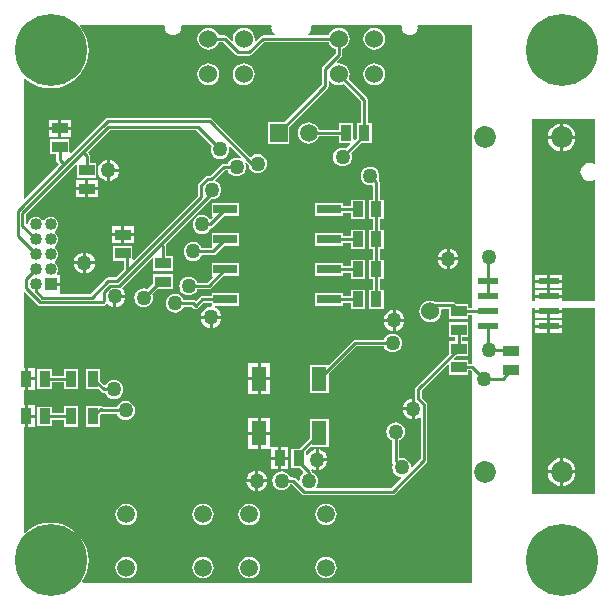
<source format=gbr>
%TF.GenerationSoftware,Altium Limited,Altium Designer,18.1.9 (240)*%
G04 Layer_Physical_Order=1*
G04 Layer_Color=255*
%FSLAX26Y26*%
%MOIN*%
%TF.FileFunction,Copper,L1,Top,Signal*%
%TF.Part,Single*%
G01*
G75*
%TA.AperFunction,SMDPad,CuDef*%
%ADD10R,0.037402X0.053150*%
%ADD11R,0.068898X0.023622*%
%ADD12R,0.080709X0.031496*%
%ADD13R,0.051181X0.082677*%
%ADD14R,0.035433X0.055118*%
%ADD15R,0.053150X0.037402*%
%TA.AperFunction,ConnectorPad*%
%ADD16R,0.037402X0.053150*%
%TA.AperFunction,Conductor*%
%ADD17C,0.010000*%
%TA.AperFunction,ComponentPad*%
%ADD18C,0.060000*%
%ADD19R,0.040000X0.040000*%
%ADD20C,0.040000*%
%ADD21C,0.072835*%
%ADD22R,0.059055X0.059055*%
%ADD23C,0.059055*%
%ADD24C,0.058976*%
%TA.AperFunction,ViaPad*%
%ADD25C,0.050000*%
%ADD26C,0.240000*%
G36*
X4230000Y3731405D02*
X4229815Y3730000D01*
X4230000Y3728595D01*
Y3161727D01*
X4217575D01*
Y3175213D01*
X4176160D01*
X4173442Y3177931D01*
X4169804Y3180362D01*
X4165512Y3181216D01*
X4165511Y3181215D01*
X4108428D01*
X4108155Y3181425D01*
X4099398Y3185052D01*
X4090000Y3186289D01*
X4080602Y3185052D01*
X4071845Y3181425D01*
X4064325Y3175654D01*
X4058554Y3168134D01*
X4054927Y3159377D01*
X4053689Y3149979D01*
X4054927Y3140581D01*
X4058554Y3131823D01*
X4064325Y3124303D01*
X4071845Y3118533D01*
X4080602Y3114905D01*
X4090000Y3113668D01*
X4099398Y3114905D01*
X4108155Y3118533D01*
X4115676Y3124303D01*
X4121446Y3131823D01*
X4125073Y3140581D01*
X4126311Y3149979D01*
X4125646Y3155025D01*
X4128943Y3158785D01*
X4152425D01*
Y3125811D01*
X4217575D01*
Y3139296D01*
X4230000D01*
Y2975704D01*
X4217575D01*
Y2989189D01*
X4171071D01*
X4169158Y2993808D01*
X4176160Y3000811D01*
X4217575D01*
Y3050213D01*
X4196216D01*
Y3064787D01*
X4217575D01*
Y3114189D01*
X4152425D01*
Y3064787D01*
X4173784D01*
Y3050213D01*
X4152425D01*
Y3008798D01*
X4043069Y2899442D01*
X4040638Y2895804D01*
X4039784Y2891512D01*
X4039785Y2891511D01*
Y2863242D01*
X4038318Y2861956D01*
Y2825000D01*
Y2790356D01*
X4042454Y2790901D01*
X4050969Y2794428D01*
X4053618Y2796460D01*
X4058102Y2794249D01*
Y2658052D01*
X4031164Y2631114D01*
X4025885Y2632906D01*
X4025202Y2638093D01*
X4022078Y2645634D01*
X4017110Y2652110D01*
X4010634Y2657078D01*
X4003093Y2660202D01*
X3995000Y2661267D01*
X3991216Y2660769D01*
X3986215Y2665137D01*
Y2720180D01*
X3990634Y2722010D01*
X3997110Y2726979D01*
X4002078Y2733455D01*
X4005202Y2740996D01*
X4006267Y2749088D01*
X4005202Y2757181D01*
X4002078Y2764722D01*
X3997110Y2771198D01*
X3990634Y2776167D01*
X3983093Y2779291D01*
X3975000Y2780356D01*
X3966907Y2779291D01*
X3959366Y2776167D01*
X3952890Y2771198D01*
X3947922Y2764722D01*
X3944798Y2757181D01*
X3943733Y2749088D01*
X3944798Y2740996D01*
X3947922Y2733455D01*
X3952890Y2726979D01*
X3959366Y2722010D01*
X3963785Y2720180D01*
Y2650001D01*
X3963784Y2650000D01*
X3964638Y2645708D01*
X3966684Y2642646D01*
X3964798Y2638093D01*
X3963733Y2630000D01*
X3964798Y2621907D01*
X3967922Y2614366D01*
X3972890Y2607890D01*
X3979366Y2602922D01*
X3986907Y2599798D01*
X3992094Y2599115D01*
X3993886Y2593836D01*
X3960266Y2560215D01*
X3711359D01*
X3708894Y2565215D01*
X3712078Y2569366D01*
X3715202Y2576907D01*
X3716267Y2585000D01*
X3715202Y2593093D01*
X3712078Y2600634D01*
X3707110Y2607110D01*
X3700634Y2612078D01*
X3696215Y2613909D01*
Y2614999D01*
X3696216Y2615000D01*
X3695362Y2619292D01*
X3694675Y2620321D01*
X3697989Y2624360D01*
X3704166Y2621801D01*
X3708303Y2621257D01*
Y2655900D01*
Y2690544D01*
X3704166Y2689999D01*
X3695652Y2686473D01*
X3688340Y2680863D01*
X3682730Y2673551D01*
X3681197Y2669849D01*
X3676197Y2670844D01*
Y2684784D01*
X3688523Y2697110D01*
X3751590D01*
Y2791787D01*
X3688410D01*
Y2728719D01*
X3652265Y2692575D01*
X3626795D01*
Y2627425D01*
X3656714D01*
X3667719Y2616419D01*
X3666890Y2610178D01*
X3662890Y2607110D01*
X3657922Y2600634D01*
X3654798Y2593093D01*
X3654115Y2587906D01*
X3648836Y2586114D01*
X3641483Y2593466D01*
X3637845Y2595897D01*
X3633553Y2596751D01*
X3633552Y2596751D01*
X3623909D01*
X3622078Y2601169D01*
X3617110Y2607645D01*
X3610634Y2612614D01*
X3603093Y2615738D01*
X3595000Y2616803D01*
X3586907Y2615738D01*
X3579366Y2612614D01*
X3572890Y2607645D01*
X3567922Y2601169D01*
X3564798Y2593628D01*
X3563733Y2585536D01*
X3564798Y2577443D01*
X3567922Y2569902D01*
X3572890Y2563426D01*
X3579366Y2558457D01*
X3586907Y2555334D01*
X3595000Y2554268D01*
X3603093Y2555334D01*
X3610634Y2558457D01*
X3617110Y2563426D01*
X3622078Y2569902D01*
X3623909Y2574320D01*
X3628907D01*
X3662158Y2541070D01*
X3662158Y2541069D01*
X3665796Y2538638D01*
X3670088Y2537785D01*
X3964911D01*
X3964912Y2537784D01*
X3969204Y2538638D01*
X3972842Y2541069D01*
X4077248Y2645475D01*
X4077248Y2645476D01*
X4079680Y2649114D01*
X4080533Y2653406D01*
Y2839912D01*
X4079680Y2844204D01*
X4077248Y2847842D01*
X4077248Y2847842D01*
X4062215Y2862875D01*
Y2886866D01*
X4147806Y2972456D01*
X4152425Y2970543D01*
Y2939787D01*
X4217575D01*
Y2953273D01*
X4225866D01*
X4230000Y2949139D01*
Y2645000D01*
Y2616405D01*
X4229815Y2615000D01*
X4230000Y2613595D01*
Y2245000D01*
X2932680D01*
X2929880Y2250000D01*
X2937614Y2262620D01*
X2945204Y2280943D01*
X2949834Y2300228D01*
X2951390Y2320000D01*
X2949834Y2339772D01*
X2945204Y2359057D01*
X2937614Y2377380D01*
X2927251Y2394290D01*
X2914371Y2409371D01*
X2899290Y2422251D01*
X2882380Y2432614D01*
X2864057Y2440204D01*
X2844772Y2444834D01*
X2825000Y2446390D01*
X2805228Y2444834D01*
X2785943Y2440204D01*
X2767620Y2432614D01*
X2750710Y2422251D01*
X2740000Y2413104D01*
X2735000Y2415409D01*
Y2763425D01*
X2739488D01*
Y2800000D01*
Y2836575D01*
X2735000D01*
Y2888425D01*
X2739488D01*
Y2925000D01*
Y2961575D01*
X2735000D01*
Y3213227D01*
X2740000Y3215298D01*
X2783229Y3172070D01*
X2783229Y3172069D01*
X2786867Y3169638D01*
X2791159Y3168784D01*
X2791160Y3168785D01*
X2998281D01*
X2998282Y3168784D01*
X3002573Y3169638D01*
X3006212Y3172069D01*
X3008572Y3174429D01*
X3014331Y3175030D01*
X3015355Y3174311D01*
X3021719Y3169428D01*
X3030233Y3165901D01*
X3034370Y3165356D01*
Y3200000D01*
X3039370D01*
Y3205000D01*
X3074014D01*
X3073469Y3209137D01*
X3069942Y3217651D01*
X3065059Y3224015D01*
X3064340Y3225039D01*
X3064941Y3230798D01*
X3162806Y3328663D01*
X3167425Y3326750D01*
Y3285811D01*
X3232575D01*
Y3335213D01*
X3211215D01*
Y3368281D01*
X3211216Y3368282D01*
X3210362Y3372573D01*
X3208902Y3374759D01*
X3358466Y3524323D01*
X3362953Y3523733D01*
X3371045Y3524798D01*
X3378587Y3527922D01*
X3385062Y3532890D01*
X3390031Y3539366D01*
X3393155Y3546907D01*
X3394220Y3555000D01*
X3393155Y3563093D01*
X3390031Y3570634D01*
X3385062Y3577110D01*
X3378587Y3582078D01*
X3375215Y3583475D01*
X3374240Y3588379D01*
X3406220Y3620359D01*
X3416091D01*
X3417922Y3615941D01*
X3422890Y3609465D01*
X3429366Y3604496D01*
X3436907Y3601373D01*
X3445000Y3600307D01*
X3453093Y3601373D01*
X3460634Y3604496D01*
X3467110Y3609465D01*
X3472078Y3615941D01*
X3475202Y3623482D01*
X3476267Y3631575D01*
X3475202Y3639667D01*
X3473648Y3643420D01*
X3477887Y3646252D01*
X3484122Y3640017D01*
X3484798Y3634881D01*
X3487922Y3627340D01*
X3492890Y3620864D01*
X3499366Y3615895D01*
X3506907Y3612771D01*
X3515000Y3611706D01*
X3523093Y3612771D01*
X3530634Y3615895D01*
X3537110Y3620864D01*
X3542078Y3627340D01*
X3545202Y3634881D01*
X3546267Y3642974D01*
X3545202Y3651066D01*
X3542078Y3658607D01*
X3537110Y3665083D01*
X3530634Y3670052D01*
X3523093Y3673176D01*
X3515000Y3674241D01*
X3506907Y3673176D01*
X3499366Y3670052D01*
X3492891Y3665083D01*
X3490908Y3664953D01*
X3362931Y3792931D01*
X3359292Y3795362D01*
X3355000Y3796216D01*
X3354999Y3796215D01*
X3015001D01*
X3015000Y3796216D01*
X3010708Y3795362D01*
X3007069Y3792931D01*
X3007069Y3792930D01*
X2892575Y3678436D01*
X2887575Y3680507D01*
Y3724189D01*
X2822425D01*
Y3674787D01*
X2843785D01*
Y3655001D01*
X2843784Y3655000D01*
X2844638Y3650708D01*
X2847069Y3647069D01*
X2854139Y3640000D01*
X2739619Y3525481D01*
X2735000Y3527394D01*
Y3924591D01*
X2740000Y3926896D01*
X2750710Y3917749D01*
X2767620Y3907386D01*
X2785943Y3899796D01*
X2805228Y3895166D01*
X2825000Y3893610D01*
X2844772Y3895166D01*
X2864057Y3899796D01*
X2882380Y3907386D01*
X2899290Y3917749D01*
X2914371Y3930629D01*
X2927251Y3945710D01*
X2937614Y3962620D01*
X2945204Y3980943D01*
X2949834Y4000228D01*
X2951390Y4020000D01*
X2949834Y4039772D01*
X2945204Y4059057D01*
X2937614Y4077380D01*
X2927251Y4094290D01*
X2921982Y4100459D01*
X2924075Y4105000D01*
X3203411D01*
X3207128Y4100000D01*
X3206610Y4096063D01*
X3207504Y4089276D01*
X3210124Y4082951D01*
X3214291Y4077519D01*
X3219722Y4073352D01*
X3226047Y4070732D01*
X3232835Y4069839D01*
X3239622Y4070732D01*
X3245947Y4073352D01*
X3251378Y4077519D01*
X3255546Y4082951D01*
X3258165Y4089276D01*
X3259059Y4096063D01*
X3258541Y4100000D01*
X3262258Y4105000D01*
X3557742D01*
X3561459Y4100000D01*
X3560941Y4096063D01*
X3561834Y4089276D01*
X3564454Y4082951D01*
X3568622Y4077519D01*
X3571553Y4075271D01*
X3569855Y4070271D01*
X3532695D01*
X3532695Y4070271D01*
X3528403Y4069417D01*
X3524764Y4066986D01*
X3524764Y4066985D01*
X3509435Y4051656D01*
X3504699Y4053992D01*
X3505366Y4059055D01*
X3504128Y4068453D01*
X3500501Y4077210D01*
X3494731Y4084731D01*
X3487210Y4090501D01*
X3478453Y4094128D01*
X3469055Y4095366D01*
X3459657Y4094128D01*
X3450900Y4090501D01*
X3443380Y4084731D01*
X3437609Y4077210D01*
X3433982Y4068453D01*
X3432744Y4059055D01*
X3433411Y4053992D01*
X3428675Y4051656D01*
X3413346Y4066986D01*
X3409707Y4069417D01*
X3405416Y4070271D01*
X3405415Y4070271D01*
X3385265D01*
X3382391Y4077210D01*
X3376620Y4084731D01*
X3369100Y4090501D01*
X3360343Y4094128D01*
X3350945Y4095366D01*
X3341547Y4094128D01*
X3332790Y4090501D01*
X3325269Y4084731D01*
X3319499Y4077210D01*
X3315872Y4068453D01*
X3314634Y4059055D01*
X3315872Y4049657D01*
X3319499Y4040900D01*
X3325269Y4033380D01*
X3332790Y4027609D01*
X3341547Y4023982D01*
X3350945Y4022744D01*
X3360343Y4023982D01*
X3369100Y4027609D01*
X3376620Y4033380D01*
X3382391Y4040900D01*
X3385265Y4047840D01*
X3400770D01*
X3442485Y4006125D01*
X3442485Y4006124D01*
X3446124Y4003693D01*
X3450416Y4002840D01*
X3450416Y4002840D01*
X3487694D01*
X3487695Y4002840D01*
X3491987Y4003693D01*
X3495625Y4006124D01*
X3537340Y4047840D01*
X3751624D01*
X3754499Y4040900D01*
X3760269Y4033380D01*
X3767790Y4027609D01*
X3774729Y4024735D01*
Y4009230D01*
X3733014Y3967515D01*
X3730583Y3963876D01*
X3729729Y3959584D01*
X3729729Y3959584D01*
Y3905591D01*
X3604666Y3780528D01*
X3549472D01*
Y3709472D01*
X3620528D01*
Y3764666D01*
X3748876Y3893014D01*
X3751307Y3896653D01*
X3752160Y3900945D01*
X3752160Y3900945D01*
Y3917624D01*
X3757160Y3919321D01*
X3760269Y3915269D01*
X3767790Y3909499D01*
X3776547Y3905872D01*
X3785945Y3904634D01*
X3795343Y3905872D01*
X3802282Y3908746D01*
X3859296Y3851732D01*
Y3777575D01*
X3845811D01*
Y3728555D01*
X3838808Y3721552D01*
X3834189Y3723466D01*
Y3777575D01*
X3784787D01*
Y3756215D01*
X3718809D01*
X3716033Y3762917D01*
X3710338Y3770338D01*
X3702917Y3776033D01*
X3694274Y3779613D01*
X3685000Y3780834D01*
X3675726Y3779613D01*
X3667083Y3776033D01*
X3659662Y3770338D01*
X3653967Y3762917D01*
X3650387Y3754274D01*
X3649166Y3745000D01*
X3650387Y3735726D01*
X3653967Y3727083D01*
X3659662Y3719662D01*
X3667083Y3713967D01*
X3675726Y3710387D01*
X3685000Y3709166D01*
X3694274Y3710387D01*
X3702917Y3713967D01*
X3710338Y3719662D01*
X3716033Y3727083D01*
X3718809Y3733785D01*
X3784787D01*
Y3712425D01*
X3823149D01*
X3825062Y3707806D01*
X3810628Y3693372D01*
X3806210Y3695202D01*
X3798117Y3696267D01*
X3790025Y3695202D01*
X3782484Y3692078D01*
X3776008Y3687110D01*
X3771039Y3680634D01*
X3767915Y3673093D01*
X3766850Y3665000D01*
X3767915Y3656907D01*
X3771039Y3649366D01*
X3776008Y3642890D01*
X3782484Y3637922D01*
X3790025Y3634798D01*
X3798117Y3633733D01*
X3806210Y3634798D01*
X3813751Y3637922D01*
X3820227Y3642890D01*
X3825196Y3649366D01*
X3828320Y3656907D01*
X3829385Y3665000D01*
X3828320Y3673093D01*
X3826490Y3677511D01*
X3861404Y3712425D01*
X3895213D01*
Y3777575D01*
X3881727D01*
Y3856378D01*
X3881727Y3856378D01*
X3880874Y3860670D01*
X3878442Y3864309D01*
X3878442Y3864309D01*
X3818144Y3924607D01*
X3821018Y3931547D01*
X3822256Y3940945D01*
X3821018Y3950343D01*
X3817391Y3959100D01*
X3811620Y3966620D01*
X3804100Y3972391D01*
X3795343Y3976018D01*
X3785945Y3977256D01*
X3780881Y3976589D01*
X3778546Y3981325D01*
X3793875Y3996654D01*
X3793876Y3996654D01*
X3796307Y4000293D01*
X3797160Y4004584D01*
X3797160Y4004585D01*
Y4024735D01*
X3804100Y4027609D01*
X3811620Y4033380D01*
X3817391Y4040900D01*
X3821018Y4049657D01*
X3822256Y4059055D01*
X3821018Y4068453D01*
X3817391Y4077210D01*
X3811620Y4084731D01*
X3804100Y4090501D01*
X3795343Y4094128D01*
X3785945Y4095366D01*
X3776547Y4094128D01*
X3767790Y4090501D01*
X3760269Y4084731D01*
X3754499Y4077210D01*
X3751624Y4070271D01*
X3685144D01*
X3683447Y4075271D01*
X3686378Y4077519D01*
X3690546Y4082951D01*
X3693165Y4089276D01*
X3694059Y4096063D01*
X3693541Y4100000D01*
X3697258Y4105000D01*
X3992742D01*
X3996459Y4100000D01*
X3995941Y4096063D01*
X3996834Y4089276D01*
X3999454Y4082951D01*
X4003622Y4077519D01*
X4009053Y4073352D01*
X4015378Y4070732D01*
X4022165Y4069839D01*
X4028953Y4070732D01*
X4035278Y4073352D01*
X4040709Y4077519D01*
X4044876Y4082951D01*
X4047496Y4089276D01*
X4048390Y4096063D01*
X4047871Y4100000D01*
X4051589Y4105000D01*
X4230000D01*
Y3731405D01*
D02*
G37*
G36*
X3361628Y3702511D02*
X3359798Y3698093D01*
X3358733Y3690000D01*
X3359798Y3681907D01*
X3362922Y3674366D01*
X3367890Y3667890D01*
X3374366Y3662922D01*
X3381907Y3659798D01*
X3390000Y3658733D01*
X3398093Y3659798D01*
X3405634Y3662922D01*
X3412110Y3667890D01*
X3417078Y3674366D01*
X3420202Y3681907D01*
X3421267Y3690000D01*
X3420388Y3696680D01*
X3424839Y3699300D01*
X3459678Y3664461D01*
X3456845Y3660222D01*
X3453093Y3661777D01*
X3445000Y3662842D01*
X3436907Y3661777D01*
X3429366Y3658653D01*
X3422890Y3653684D01*
X3417922Y3647209D01*
X3416091Y3642790D01*
X3401575D01*
X3397283Y3641937D01*
X3393644Y3639505D01*
X3393644Y3639505D01*
X3356354Y3602215D01*
X3348042D01*
X3348041Y3602216D01*
X3343749Y3601362D01*
X3340111Y3598931D01*
X3319022Y3577842D01*
X3316591Y3574204D01*
X3315737Y3569912D01*
X3315737Y3569911D01*
Y3535944D01*
X3102575Y3322782D01*
X3097575Y3324853D01*
Y3369189D01*
X3032425D01*
Y3319787D01*
X3069439D01*
Y3289646D01*
X3043008Y3263215D01*
X3017831D01*
X3017831Y3263216D01*
X3013539Y3262362D01*
X3009900Y3259931D01*
X3009900Y3259930D01*
X2957185Y3207215D01*
X2858847D01*
X2855000Y3210000D01*
Y3235000D01*
X2825000D01*
Y3245000D01*
X2855000D01*
Y3270000D01*
X2848728D01*
X2846262Y3275000D01*
X2847711Y3276888D01*
X2850331Y3283213D01*
X2851224Y3290000D01*
X2850331Y3296787D01*
X2847711Y3303112D01*
X2843544Y3308544D01*
X2838818Y3312169D01*
X2838428Y3315000D01*
X2838818Y3317831D01*
X2843544Y3321456D01*
X2847711Y3326888D01*
X2850331Y3333213D01*
X2851224Y3340000D01*
X2850331Y3346787D01*
X2847711Y3353112D01*
X2843544Y3358544D01*
X2838818Y3362169D01*
X2838428Y3365000D01*
X2838818Y3367831D01*
X2843544Y3371456D01*
X2847711Y3376888D01*
X2850331Y3383213D01*
X2851224Y3390000D01*
X2850331Y3396787D01*
X2847711Y3403112D01*
X2843544Y3408544D01*
X2838818Y3412169D01*
X2838428Y3415000D01*
X2838818Y3417831D01*
X2843544Y3421456D01*
X2847711Y3426888D01*
X2850331Y3433213D01*
X2851224Y3440000D01*
X2850331Y3446787D01*
X2847711Y3453112D01*
X2843544Y3458544D01*
X2838112Y3462711D01*
X2831787Y3465331D01*
X2825000Y3466224D01*
X2818213Y3465331D01*
X2811888Y3462711D01*
X2806456Y3458544D01*
X2802831Y3453818D01*
X2800000Y3453428D01*
X2797169Y3453818D01*
X2793544Y3458544D01*
X2788112Y3462711D01*
X2781787Y3465331D01*
X2775000Y3466224D01*
X2768213Y3465331D01*
X2761888Y3462711D01*
X2756456Y3458544D01*
X2752289Y3453112D01*
X2749669Y3446787D01*
X2749127Y3442667D01*
X2743959Y3440126D01*
X2742215Y3441306D01*
Y3473727D01*
X2907806Y3639317D01*
X2912425Y3637404D01*
Y3595811D01*
X2977575D01*
Y3619835D01*
X2982575Y3620163D01*
X2983732Y3611375D01*
X2987258Y3602861D01*
X2992869Y3595550D01*
X3000180Y3589939D01*
X3008694Y3586413D01*
X3012831Y3585868D01*
Y3620512D01*
Y3655155D01*
X3008694Y3654611D01*
X3000180Y3651084D01*
X2992869Y3645474D01*
X2987258Y3638163D01*
X2983732Y3629649D01*
X2982575Y3620861D01*
X2977575Y3621188D01*
Y3645213D01*
X2956215D01*
Y3667627D01*
X2956216Y3667627D01*
X2955362Y3671919D01*
X2952931Y3675558D01*
X2948489Y3680000D01*
X3022273Y3753785D01*
X3310354D01*
X3361628Y3702511D01*
D02*
G37*
G36*
X4640000Y3643410D02*
X4635000Y3641313D01*
X4628757Y3643899D01*
X4621024Y3644917D01*
X4613291Y3643899D01*
X4606085Y3640914D01*
X4599897Y3636166D01*
X4595149Y3629978D01*
X4592164Y3622772D01*
X4591146Y3615039D01*
X4592164Y3607307D01*
X4595149Y3600101D01*
X4599897Y3593913D01*
X4606085Y3589165D01*
X4613291Y3586180D01*
X4621024Y3585162D01*
X4628757Y3586180D01*
X4635000Y3588766D01*
X4640000Y3586669D01*
Y3185000D01*
X4529842D01*
Y3195000D01*
X4485394D01*
X4440945D01*
Y3185000D01*
X4430000D01*
Y3790000D01*
X4640000D01*
Y3643410D01*
D02*
G37*
G36*
X4440945Y3160000D02*
Y3155000D01*
X4485394D01*
X4529842D01*
Y3160000D01*
X4640000Y3160000D01*
X4640000Y2540000D01*
X4430000Y2540000D01*
X4430000Y3160000D01*
X4440945D01*
D02*
G37*
%LPC*%
G36*
X3904055Y4095366D02*
X3894657Y4094128D01*
X3885900Y4090501D01*
X3878380Y4084731D01*
X3872609Y4077210D01*
X3868982Y4068453D01*
X3867744Y4059055D01*
X3868982Y4049657D01*
X3872609Y4040900D01*
X3878380Y4033380D01*
X3885900Y4027609D01*
X3894657Y4023982D01*
X3904055Y4022744D01*
X3913453Y4023982D01*
X3922210Y4027609D01*
X3929731Y4033380D01*
X3935501Y4040900D01*
X3939128Y4049657D01*
X3940366Y4059055D01*
X3939128Y4068453D01*
X3935501Y4077210D01*
X3929731Y4084731D01*
X3922210Y4090501D01*
X3913453Y4094128D01*
X3904055Y4095366D01*
D02*
G37*
G36*
Y3977256D02*
X3894657Y3976018D01*
X3885900Y3972391D01*
X3878380Y3966620D01*
X3872609Y3959100D01*
X3868982Y3950343D01*
X3867744Y3940945D01*
X3868982Y3931547D01*
X3872609Y3922790D01*
X3878380Y3915269D01*
X3885900Y3909499D01*
X3894657Y3905872D01*
X3904055Y3904634D01*
X3913453Y3905872D01*
X3922210Y3909499D01*
X3929731Y3915269D01*
X3935501Y3922790D01*
X3939128Y3931547D01*
X3940366Y3940945D01*
X3939128Y3950343D01*
X3935501Y3959100D01*
X3929731Y3966620D01*
X3922210Y3972391D01*
X3913453Y3976018D01*
X3904055Y3977256D01*
D02*
G37*
G36*
X3469055D02*
X3459657Y3976018D01*
X3450900Y3972391D01*
X3443380Y3966620D01*
X3437609Y3959100D01*
X3433982Y3950343D01*
X3432744Y3940945D01*
X3433982Y3931547D01*
X3437609Y3922790D01*
X3443380Y3915269D01*
X3450900Y3909499D01*
X3459657Y3905872D01*
X3469055Y3904634D01*
X3478453Y3905872D01*
X3487210Y3909499D01*
X3494731Y3915269D01*
X3500501Y3922790D01*
X3504128Y3931547D01*
X3505366Y3940945D01*
X3504128Y3950343D01*
X3500501Y3959100D01*
X3494731Y3966620D01*
X3487210Y3972391D01*
X3478453Y3976018D01*
X3469055Y3977256D01*
D02*
G37*
G36*
X3350945D02*
X3341547Y3976018D01*
X3332790Y3972391D01*
X3325269Y3966620D01*
X3319499Y3959100D01*
X3315872Y3950343D01*
X3314634Y3940945D01*
X3315872Y3931547D01*
X3319499Y3922790D01*
X3325269Y3915269D01*
X3332790Y3909499D01*
X3341547Y3905872D01*
X3350945Y3904634D01*
X3360343Y3905872D01*
X3369100Y3909499D01*
X3376620Y3915269D01*
X3382391Y3922790D01*
X3386018Y3931547D01*
X3387256Y3940945D01*
X3386018Y3950343D01*
X3382391Y3959100D01*
X3376620Y3966620D01*
X3369100Y3972391D01*
X3360343Y3976018D01*
X3350945Y3977256D01*
D02*
G37*
G36*
X2891575Y3789213D02*
X2860000D01*
Y3765512D01*
X2891575D01*
Y3789213D01*
D02*
G37*
G36*
X2850000D02*
X2818425D01*
Y3765512D01*
X2850000D01*
Y3789213D01*
D02*
G37*
G36*
X2891575Y3755512D02*
X2860000D01*
Y3731811D01*
X2891575D01*
Y3755512D01*
D02*
G37*
G36*
X2850000D02*
X2818425D01*
Y3731811D01*
X2850000D01*
Y3755512D01*
D02*
G37*
G36*
X3874189Y3522575D02*
X3824787D01*
Y3501215D01*
X3798598D01*
Y3511748D01*
X3705890D01*
Y3468252D01*
X3798598D01*
Y3478785D01*
X3824787D01*
Y3457425D01*
X3874189D01*
Y3522575D01*
D02*
G37*
G36*
X3454110Y3511748D02*
X3361402D01*
Y3468252D01*
X3363614D01*
X3365527Y3463633D01*
X3360445Y3458551D01*
X3353845Y3459022D01*
X3351476Y3462110D01*
X3345000Y3467078D01*
X3337459Y3470202D01*
X3329366Y3471267D01*
X3321274Y3470202D01*
X3313732Y3467078D01*
X3307257Y3462110D01*
X3302288Y3455634D01*
X3299164Y3448093D01*
X3298099Y3440000D01*
X3299164Y3431907D01*
X3302288Y3424366D01*
X3307257Y3417890D01*
X3313732Y3412922D01*
X3321274Y3409798D01*
X3329366Y3408733D01*
X3337459Y3409798D01*
X3345000Y3412922D01*
X3351476Y3417890D01*
X3356445Y3424366D01*
X3358321Y3428897D01*
X3362048Y3429638D01*
X3365686Y3432069D01*
X3401869Y3468252D01*
X3454110D01*
Y3511748D01*
D02*
G37*
G36*
X3874189Y3422575D02*
X3824787D01*
Y3401215D01*
X3798598D01*
Y3411748D01*
X3705890D01*
Y3368252D01*
X3798598D01*
Y3378785D01*
X3824787D01*
Y3357425D01*
X3874189D01*
Y3422575D01*
D02*
G37*
G36*
X3454110Y3411748D02*
X3361402D01*
Y3368252D01*
X3361401D01*
X3362977Y3363252D01*
X3361412Y3361215D01*
X3328909D01*
X3327078Y3365634D01*
X3322110Y3372110D01*
X3315634Y3377078D01*
X3308093Y3380202D01*
X3300000Y3381267D01*
X3291907Y3380202D01*
X3284366Y3377078D01*
X3277890Y3372110D01*
X3272922Y3365634D01*
X3269798Y3358093D01*
X3268733Y3350000D01*
X3269798Y3341907D01*
X3272922Y3334366D01*
X3277890Y3327890D01*
X3284366Y3322922D01*
X3291907Y3319798D01*
X3300000Y3318733D01*
X3308093Y3319798D01*
X3315634Y3322922D01*
X3322110Y3327890D01*
X3327078Y3334366D01*
X3328909Y3338785D01*
X3367755D01*
X3367756Y3338784D01*
X3372048Y3339638D01*
X3375686Y3342069D01*
X3401869Y3368252D01*
X3454110D01*
Y3411748D01*
D02*
G37*
G36*
X4155000Y3359644D02*
Y3330000D01*
X4184644D01*
X4184099Y3334137D01*
X4180572Y3342651D01*
X4174962Y3349962D01*
X4167651Y3355572D01*
X4159137Y3359099D01*
X4155000Y3359644D01*
D02*
G37*
G36*
X4145000D02*
X4140863Y3359099D01*
X4132349Y3355572D01*
X4125038Y3349962D01*
X4119428Y3342651D01*
X4115901Y3334137D01*
X4115356Y3330000D01*
X4145000D01*
Y3359644D01*
D02*
G37*
G36*
X3874189Y3322575D02*
X3824787D01*
Y3301215D01*
X3798598D01*
Y3311748D01*
X3705890D01*
Y3268252D01*
X3798598D01*
Y3278785D01*
X3824787D01*
Y3257425D01*
X3874189D01*
Y3322575D01*
D02*
G37*
G36*
X4184644Y3320000D02*
X4155000D01*
Y3290356D01*
X4159137Y3290901D01*
X4167651Y3294428D01*
X4174962Y3300038D01*
X4180572Y3307349D01*
X4184099Y3315863D01*
X4184644Y3320000D01*
D02*
G37*
G36*
X4145000D02*
X4115356D01*
X4115901Y3315863D01*
X4119428Y3307349D01*
X4125038Y3300038D01*
X4132349Y3294428D01*
X4140863Y3290901D01*
X4145000Y3290356D01*
Y3320000D01*
D02*
G37*
G36*
X3454110Y3311748D02*
X3361402D01*
Y3268252D01*
X3363614D01*
X3365527Y3263633D01*
X3348110Y3246215D01*
X3313909D01*
X3312078Y3250634D01*
X3307110Y3257110D01*
X3300634Y3262078D01*
X3293093Y3265202D01*
X3285000Y3266267D01*
X3276907Y3265202D01*
X3269366Y3262078D01*
X3262890Y3257110D01*
X3257922Y3250634D01*
X3254798Y3243093D01*
X3253733Y3235000D01*
X3254798Y3226907D01*
X3257922Y3219366D01*
X3262890Y3212890D01*
X3269366Y3207922D01*
X3276907Y3204798D01*
X3285000Y3203733D01*
X3293093Y3204798D01*
X3300634Y3207922D01*
X3307110Y3212890D01*
X3312078Y3219366D01*
X3313909Y3223785D01*
X3352755D01*
X3352756Y3223784D01*
X3357048Y3224638D01*
X3360686Y3227069D01*
X3401869Y3268252D01*
X3454110D01*
Y3311748D01*
D02*
G37*
G36*
X3232575Y3274189D02*
X3167425D01*
Y3244286D01*
X3147511Y3224372D01*
X3143093Y3226202D01*
X3135000Y3227267D01*
X3126907Y3226202D01*
X3119366Y3223078D01*
X3112890Y3218110D01*
X3107922Y3211634D01*
X3104798Y3204093D01*
X3103733Y3196000D01*
X3104798Y3187907D01*
X3107922Y3180366D01*
X3112890Y3173890D01*
X3119366Y3168922D01*
X3126907Y3165798D01*
X3135000Y3164733D01*
X3143093Y3165798D01*
X3150634Y3168922D01*
X3157110Y3173890D01*
X3162078Y3180366D01*
X3165202Y3187907D01*
X3166267Y3196000D01*
X3165202Y3204093D01*
X3163372Y3208511D01*
X3179648Y3224787D01*
X3232575D01*
Y3274189D01*
D02*
G37*
G36*
X3874189Y3222575D02*
X3824787D01*
Y3201215D01*
X3798598D01*
Y3211748D01*
X3705890D01*
Y3168252D01*
X3798598D01*
Y3178785D01*
X3824787D01*
Y3157425D01*
X3874189D01*
Y3222575D01*
D02*
G37*
G36*
X3454110Y3211748D02*
X3361402D01*
Y3201215D01*
X3330001D01*
X3330000Y3201216D01*
X3325708Y3200362D01*
X3322069Y3197931D01*
X3322069Y3197930D01*
X3308850Y3184711D01*
X3308573Y3184988D01*
X3304935Y3187419D01*
X3300643Y3188273D01*
X3300642Y3188273D01*
X3268909D01*
X3267078Y3192691D01*
X3262110Y3199167D01*
X3255634Y3204136D01*
X3248093Y3207259D01*
X3240000Y3208325D01*
X3231907Y3207259D01*
X3224366Y3204136D01*
X3217890Y3199167D01*
X3212922Y3192691D01*
X3209798Y3185150D01*
X3208733Y3177057D01*
X3209798Y3168965D01*
X3212922Y3161423D01*
X3217890Y3154948D01*
X3224366Y3149979D01*
X3231907Y3146855D01*
X3240000Y3145790D01*
X3248093Y3146855D01*
X3255634Y3149979D01*
X3262110Y3154948D01*
X3267078Y3161423D01*
X3268909Y3165842D01*
X3295997D01*
X3300919Y3160920D01*
X3300919Y3160919D01*
X3304558Y3158488D01*
X3308850Y3157634D01*
X3313142Y3158488D01*
X3316781Y3160919D01*
X3334646Y3178785D01*
X3361402D01*
Y3170161D01*
X3360661Y3167595D01*
X3357746Y3165005D01*
X3350863Y3164099D01*
X3342349Y3160572D01*
X3335038Y3154962D01*
X3329428Y3147651D01*
X3325901Y3139137D01*
X3325356Y3135000D01*
X3394644D01*
X3394099Y3139137D01*
X3390572Y3147651D01*
X3384962Y3154962D01*
X3377651Y3160572D01*
X3371182Y3163252D01*
X3372177Y3168252D01*
X3454110D01*
Y3211748D01*
D02*
G37*
G36*
X3074014Y3195000D02*
X3044370D01*
Y3165356D01*
X3048507Y3165901D01*
X3057021Y3169428D01*
X3064332Y3175038D01*
X3069942Y3182349D01*
X3073469Y3190863D01*
X3074014Y3195000D01*
D02*
G37*
G36*
X3890000Y3632640D02*
X3881907Y3631575D01*
X3874366Y3628451D01*
X3867890Y3623482D01*
X3862922Y3617006D01*
X3859798Y3609465D01*
X3858733Y3601373D01*
X3859798Y3593280D01*
X3862922Y3585739D01*
X3867890Y3579263D01*
X3874366Y3574294D01*
X3881907Y3571171D01*
X3890000Y3570105D01*
X3894296Y3570671D01*
X3899296Y3566532D01*
Y3522575D01*
X3885811D01*
Y3457425D01*
X3899296D01*
Y3422575D01*
X3885811D01*
Y3357425D01*
X3899296D01*
Y3322575D01*
X3885811D01*
Y3257425D01*
X3899296D01*
Y3222575D01*
X3885811D01*
Y3157425D01*
X3935213D01*
Y3222575D01*
X3921727D01*
Y3257425D01*
X3935213D01*
Y3322575D01*
X3921727D01*
Y3357425D01*
X3935213D01*
Y3422575D01*
X3921727D01*
Y3457425D01*
X3935213D01*
Y3522575D01*
X3921727D01*
Y3580860D01*
X3921727Y3580861D01*
X3920874Y3585153D01*
X3918442Y3588791D01*
X3918442Y3588792D01*
X3918372Y3588862D01*
X3920202Y3593280D01*
X3921267Y3601373D01*
X3920202Y3609465D01*
X3917078Y3617006D01*
X3912110Y3623482D01*
X3905634Y3628451D01*
X3898093Y3631575D01*
X3890000Y3632640D01*
D02*
G37*
G36*
X3975000Y3154644D02*
Y3125000D01*
X4004644D01*
X4004099Y3129137D01*
X4000572Y3137651D01*
X3994962Y3144962D01*
X3987651Y3150572D01*
X3979137Y3154099D01*
X3975000Y3154644D01*
D02*
G37*
G36*
X3965000D02*
X3960863Y3154099D01*
X3952349Y3150572D01*
X3945038Y3144962D01*
X3939428Y3137651D01*
X3935901Y3129137D01*
X3935356Y3125000D01*
X3965000D01*
Y3154644D01*
D02*
G37*
G36*
X3394644Y3125000D02*
X3365000D01*
Y3095356D01*
X3369137Y3095901D01*
X3377651Y3099428D01*
X3384962Y3105038D01*
X3390572Y3112349D01*
X3394099Y3120863D01*
X3394644Y3125000D01*
D02*
G37*
G36*
X3355000D02*
X3325356D01*
X3325901Y3120863D01*
X3329428Y3112349D01*
X3335038Y3105038D01*
X3342349Y3099428D01*
X3350863Y3095901D01*
X3355000Y3095356D01*
Y3125000D01*
D02*
G37*
G36*
X4004644Y3115000D02*
X3975000D01*
Y3085356D01*
X3979137Y3085901D01*
X3987651Y3089428D01*
X3994962Y3095038D01*
X4000572Y3102349D01*
X4004099Y3110863D01*
X4004644Y3115000D01*
D02*
G37*
G36*
X3965000D02*
X3935356D01*
X3935901Y3110863D01*
X3939428Y3102349D01*
X3945038Y3095038D01*
X3952349Y3089428D01*
X3960863Y3085901D01*
X3965000Y3085356D01*
Y3115000D01*
D02*
G37*
G36*
Y3076267D02*
X3956907Y3075202D01*
X3949366Y3072078D01*
X3942890Y3067110D01*
X3937922Y3060634D01*
X3936091Y3056215D01*
X3839449D01*
X3839449Y3056216D01*
X3835157Y3055362D01*
X3831518Y3052931D01*
X3831518Y3052930D01*
X3751477Y2972890D01*
X3688410D01*
Y2878213D01*
X3751590D01*
Y2941280D01*
X3844094Y3033785D01*
X3936091D01*
X3937922Y3029366D01*
X3942890Y3022890D01*
X3949366Y3017922D01*
X3956907Y3014798D01*
X3965000Y3013733D01*
X3973093Y3014798D01*
X3980634Y3017922D01*
X3987110Y3022890D01*
X3992078Y3029366D01*
X3995202Y3036907D01*
X3996267Y3045000D01*
X3995202Y3053093D01*
X3992078Y3060634D01*
X3987110Y3067110D01*
X3980634Y3072078D01*
X3973093Y3075202D01*
X3965000Y3076267D01*
D02*
G37*
G36*
X2916315Y2958559D02*
X2868882D01*
Y2936215D01*
X2830213D01*
Y2957575D01*
X2780811D01*
Y2892425D01*
X2830213D01*
Y2913785D01*
X2868882D01*
Y2891441D01*
X2916315D01*
Y2958559D01*
D02*
G37*
G36*
X3555590Y2976890D02*
X3525000D01*
Y2930551D01*
X3555590D01*
Y2976890D01*
D02*
G37*
G36*
X3515000D02*
X3484410D01*
Y2930551D01*
X3515000D01*
Y2976890D01*
D02*
G37*
G36*
X2773189Y2961575D02*
X2749488D01*
Y2930000D01*
X2773189D01*
Y2961575D01*
D02*
G37*
G36*
Y2920000D02*
X2749488D01*
Y2888425D01*
X2773189D01*
Y2920000D01*
D02*
G37*
G36*
X3555590Y2920551D02*
X3525000D01*
Y2874213D01*
X3555590D01*
Y2920551D01*
D02*
G37*
G36*
X3515000D02*
X3484410D01*
Y2874213D01*
X3515000D01*
Y2920551D01*
D02*
G37*
G36*
X2991118Y2958559D02*
X2943685D01*
Y2891441D01*
X2985099D01*
X2994471Y2882070D01*
X2994471Y2882069D01*
X2998110Y2879638D01*
X3002402Y2878784D01*
X3002402Y2878785D01*
X3007430D01*
X3009260Y2874366D01*
X3014229Y2867890D01*
X3020705Y2862922D01*
X3028246Y2859798D01*
X3036338Y2858733D01*
X3044431Y2859798D01*
X3051972Y2862922D01*
X3058448Y2867890D01*
X3063417Y2874366D01*
X3066540Y2881907D01*
X3067606Y2890000D01*
X3066540Y2898093D01*
X3063417Y2905634D01*
X3058448Y2912110D01*
X3051972Y2917078D01*
X3044431Y2920202D01*
X3036338Y2921267D01*
X3028246Y2920202D01*
X3020705Y2917078D01*
X3014229Y2912110D01*
X3009451Y2905883D01*
X3009151Y2905618D01*
X3003491Y2904772D01*
X2991118Y2917145D01*
Y2958559D01*
D02*
G37*
G36*
X3075000Y2851267D02*
X3066907Y2850202D01*
X3059366Y2847078D01*
X3052890Y2842110D01*
X3047922Y2835634D01*
X3046091Y2831215D01*
X3002047D01*
X3000332Y2832931D01*
X2996694Y2835362D01*
X2992402Y2836216D01*
X2988110Y2835362D01*
X2985412Y2833559D01*
X2943685D01*
Y2766441D01*
X2991118D01*
Y2805324D01*
X2991185Y2805469D01*
X2995584Y2809146D01*
X2997402Y2808784D01*
X2997402Y2808785D01*
X3046091D01*
X3047922Y2804366D01*
X3052890Y2797890D01*
X3059366Y2792922D01*
X3066907Y2789798D01*
X3075000Y2788733D01*
X3083093Y2789798D01*
X3090634Y2792922D01*
X3097110Y2797890D01*
X3102078Y2804366D01*
X3105202Y2811907D01*
X3106267Y2820000D01*
X3105202Y2828093D01*
X3102078Y2835634D01*
X3097110Y2842110D01*
X3090634Y2847078D01*
X3083093Y2850202D01*
X3075000Y2851267D01*
D02*
G37*
G36*
X4028318Y2859644D02*
X4024181Y2859099D01*
X4015667Y2855572D01*
X4008355Y2849962D01*
X4002745Y2842651D01*
X3999219Y2834137D01*
X3998674Y2830000D01*
X4028318D01*
Y2859644D01*
D02*
G37*
G36*
X2916315Y2833559D02*
X2868882D01*
Y2811215D01*
X2830213D01*
Y2832575D01*
X2780811D01*
Y2767425D01*
X2830213D01*
Y2788785D01*
X2868882D01*
Y2766441D01*
X2916315D01*
Y2833559D01*
D02*
G37*
G36*
X2773189Y2836575D02*
X2749488D01*
Y2805000D01*
X2773189D01*
Y2836575D01*
D02*
G37*
G36*
X4028318Y2820000D02*
X3998674D01*
X3999219Y2815863D01*
X4002745Y2807349D01*
X4008355Y2800038D01*
X4015667Y2794428D01*
X4024181Y2790901D01*
X4028318Y2790356D01*
Y2820000D01*
D02*
G37*
G36*
X2773189Y2795000D02*
X2749488D01*
Y2763425D01*
X2773189D01*
Y2795000D01*
D02*
G37*
G36*
X3555590Y2795787D02*
X3525000D01*
Y2749449D01*
X3555590D01*
Y2795787D01*
D02*
G37*
G36*
X3515000D02*
X3484410D01*
Y2749449D01*
X3515000D01*
Y2795787D01*
D02*
G37*
G36*
Y2739449D02*
X3484410D01*
Y2693110D01*
X3515000D01*
Y2739449D01*
D02*
G37*
G36*
X3593504Y2696575D02*
Y2665000D01*
X3617205D01*
Y2696575D01*
X3593504D01*
D02*
G37*
G36*
X3555590Y2739449D02*
X3525000D01*
Y2693110D01*
X3554803D01*
X3555590Y2693110D01*
X3558032Y2692008D01*
D01*
X3558032Y2692008D01*
X3559803Y2687428D01*
Y2665000D01*
X3583504D01*
Y2696575D01*
X3560591D01*
X3559803Y2696575D01*
X3557362Y2697677D01*
D01*
X3557362Y2697677D01*
X3555590Y2702257D01*
Y2739449D01*
D02*
G37*
G36*
X3718303Y2690544D02*
Y2660900D01*
X3747946D01*
X3747402Y2665037D01*
X3743875Y2673551D01*
X3738265Y2680863D01*
X3730954Y2686473D01*
X3722439Y2689999D01*
X3718303Y2690544D01*
D02*
G37*
G36*
X3617205Y2655000D02*
X3593504D01*
Y2623425D01*
X3617205D01*
Y2655000D01*
D02*
G37*
G36*
X3583504D02*
X3559803D01*
Y2623425D01*
X3583504D01*
Y2655000D01*
D02*
G37*
G36*
X3747946Y2650900D02*
X3718303D01*
Y2621257D01*
X3722439Y2621801D01*
X3730954Y2625328D01*
X3738265Y2630938D01*
X3743875Y2638249D01*
X3747402Y2646764D01*
X3747946Y2650900D01*
D02*
G37*
G36*
X3517362Y2619644D02*
Y2590000D01*
X3547006D01*
X3546461Y2594137D01*
X3542935Y2602651D01*
X3537325Y2609962D01*
X3530013Y2615572D01*
X3521499Y2619099D01*
X3517362Y2619644D01*
D02*
G37*
G36*
X3507362D02*
X3503225Y2619099D01*
X3494711Y2615572D01*
X3487400Y2609962D01*
X3481790Y2602651D01*
X3478263Y2594137D01*
X3477718Y2590000D01*
X3507362D01*
Y2619644D01*
D02*
G37*
G36*
X3547006Y2580000D02*
X3517362D01*
Y2550356D01*
X3521499Y2550901D01*
X3530013Y2554428D01*
X3537325Y2560038D01*
X3542935Y2567349D01*
X3546461Y2575863D01*
X3547006Y2580000D01*
D02*
G37*
G36*
X3507362D02*
X3477718D01*
X3478263Y2575863D01*
X3481790Y2567349D01*
X3487400Y2560038D01*
X3494711Y2554428D01*
X3503225Y2550901D01*
X3507362Y2550356D01*
Y2580000D01*
D02*
G37*
G36*
X3742953Y2509377D02*
X3733689Y2508157D01*
X3725056Y2504582D01*
X3717642Y2498893D01*
X3711954Y2491480D01*
X3708378Y2482847D01*
X3707158Y2473583D01*
X3708378Y2464318D01*
X3711954Y2455686D01*
X3717642Y2448272D01*
X3725056Y2442584D01*
X3733689Y2439008D01*
X3742953Y2437788D01*
X3752217Y2439008D01*
X3760850Y2442584D01*
X3768263Y2448272D01*
X3773952Y2455686D01*
X3777528Y2464318D01*
X3778747Y2473583D01*
X3777528Y2482847D01*
X3773952Y2491480D01*
X3768263Y2498893D01*
X3760850Y2504582D01*
X3752217Y2508157D01*
X3742953Y2509377D01*
D02*
G37*
G36*
X3487047D02*
X3477783Y2508157D01*
X3469150Y2504582D01*
X3461737Y2498893D01*
X3456048Y2491480D01*
X3452472Y2482847D01*
X3451253Y2473583D01*
X3452472Y2464318D01*
X3456048Y2455686D01*
X3461737Y2448272D01*
X3469150Y2442584D01*
X3477783Y2439008D01*
X3487047Y2437788D01*
X3496311Y2439008D01*
X3504944Y2442584D01*
X3512358Y2448272D01*
X3518046Y2455686D01*
X3521622Y2464318D01*
X3522842Y2473583D01*
X3521622Y2482847D01*
X3518046Y2491480D01*
X3512358Y2498893D01*
X3504944Y2504582D01*
X3496311Y2508157D01*
X3487047Y2509377D01*
D02*
G37*
G36*
X3332953D02*
X3323689Y2508157D01*
X3315056Y2504582D01*
X3307642Y2498893D01*
X3301954Y2491480D01*
X3298378Y2482847D01*
X3297158Y2473583D01*
X3298378Y2464318D01*
X3301954Y2455686D01*
X3307642Y2448272D01*
X3315056Y2442584D01*
X3323689Y2439008D01*
X3332953Y2437788D01*
X3342217Y2439008D01*
X3350850Y2442584D01*
X3358263Y2448272D01*
X3363952Y2455686D01*
X3367528Y2464318D01*
X3368747Y2473583D01*
X3367528Y2482847D01*
X3363952Y2491480D01*
X3358263Y2498893D01*
X3350850Y2504582D01*
X3342217Y2508157D01*
X3332953Y2509377D01*
D02*
G37*
G36*
X3077047D02*
X3067783Y2508157D01*
X3059150Y2504582D01*
X3051737Y2498893D01*
X3046048Y2491480D01*
X3042472Y2482847D01*
X3041253Y2473583D01*
X3042472Y2464318D01*
X3046048Y2455686D01*
X3051737Y2448272D01*
X3059150Y2442584D01*
X3067783Y2439008D01*
X3077047Y2437788D01*
X3086311Y2439008D01*
X3094944Y2442584D01*
X3102358Y2448272D01*
X3108046Y2455686D01*
X3111622Y2464318D01*
X3112842Y2473583D01*
X3111622Y2482847D01*
X3108046Y2491480D01*
X3102358Y2498893D01*
X3094944Y2504582D01*
X3086311Y2508157D01*
X3077047Y2509377D01*
D02*
G37*
G36*
X3742953Y2332212D02*
X3733689Y2330992D01*
X3725056Y2327416D01*
X3717642Y2321728D01*
X3711954Y2314314D01*
X3708378Y2305682D01*
X3707158Y2296417D01*
X3708378Y2287153D01*
X3711954Y2278520D01*
X3717642Y2271107D01*
X3725056Y2265418D01*
X3733689Y2261843D01*
X3742953Y2260623D01*
X3752217Y2261843D01*
X3760850Y2265418D01*
X3768263Y2271107D01*
X3773952Y2278520D01*
X3777528Y2287153D01*
X3778747Y2296417D01*
X3777528Y2305682D01*
X3773952Y2314314D01*
X3768263Y2321728D01*
X3760850Y2327416D01*
X3752217Y2330992D01*
X3742953Y2332212D01*
D02*
G37*
G36*
X3487047D02*
X3477783Y2330992D01*
X3469150Y2327416D01*
X3461737Y2321728D01*
X3456048Y2314314D01*
X3452472Y2305682D01*
X3451253Y2296417D01*
X3452472Y2287153D01*
X3456048Y2278520D01*
X3461737Y2271107D01*
X3469150Y2265418D01*
X3477783Y2261843D01*
X3487047Y2260623D01*
X3496311Y2261843D01*
X3504944Y2265418D01*
X3512358Y2271107D01*
X3518046Y2278520D01*
X3521622Y2287153D01*
X3522842Y2296417D01*
X3521622Y2305682D01*
X3518046Y2314314D01*
X3512358Y2321728D01*
X3504944Y2327416D01*
X3496311Y2330992D01*
X3487047Y2332212D01*
D02*
G37*
G36*
X3332953D02*
X3323689Y2330992D01*
X3315056Y2327416D01*
X3307642Y2321728D01*
X3301954Y2314314D01*
X3298378Y2305682D01*
X3297158Y2296417D01*
X3298378Y2287153D01*
X3301954Y2278520D01*
X3307642Y2271107D01*
X3315056Y2265418D01*
X3323689Y2261843D01*
X3332953Y2260623D01*
X3342217Y2261843D01*
X3350850Y2265418D01*
X3358263Y2271107D01*
X3363952Y2278520D01*
X3367528Y2287153D01*
X3368747Y2296417D01*
X3367528Y2305682D01*
X3363952Y2314314D01*
X3358263Y2321728D01*
X3350850Y2327416D01*
X3342217Y2330992D01*
X3332953Y2332212D01*
D02*
G37*
G36*
X3077047D02*
X3067783Y2330992D01*
X3059150Y2327416D01*
X3051737Y2321728D01*
X3046048Y2314314D01*
X3042472Y2305682D01*
X3041253Y2296417D01*
X3042472Y2287153D01*
X3046048Y2278520D01*
X3051737Y2271107D01*
X3059150Y2265418D01*
X3067783Y2261843D01*
X3077047Y2260623D01*
X3086311Y2261843D01*
X3094944Y2265418D01*
X3102358Y2271107D01*
X3108046Y2278520D01*
X3111622Y2287153D01*
X3112842Y2296417D01*
X3111622Y2305682D01*
X3108046Y2314314D01*
X3102358Y2321728D01*
X3094944Y2327416D01*
X3086311Y2330992D01*
X3077047Y2332212D01*
D02*
G37*
G36*
X3022831Y3655155D02*
Y3625512D01*
X3052475D01*
X3051930Y3629649D01*
X3048403Y3638163D01*
X3042793Y3645474D01*
X3035482Y3651084D01*
X3026968Y3654611D01*
X3022831Y3655155D01*
D02*
G37*
G36*
X3052475Y3615512D02*
X3022831D01*
Y3585868D01*
X3026968Y3586413D01*
X3035482Y3589939D01*
X3042793Y3595550D01*
X3048403Y3602861D01*
X3051930Y3611375D01*
X3052475Y3615512D01*
D02*
G37*
G36*
X2981575Y3588189D02*
X2950000D01*
Y3564488D01*
X2981575D01*
Y3588189D01*
D02*
G37*
G36*
X2940000D02*
X2908425D01*
Y3564488D01*
X2940000D01*
Y3588189D01*
D02*
G37*
G36*
X2981575Y3554488D02*
X2950000D01*
Y3530787D01*
X2981575D01*
Y3554488D01*
D02*
G37*
G36*
X2940000D02*
X2908425D01*
Y3530787D01*
X2940000D01*
Y3554488D01*
D02*
G37*
G36*
X3101575Y3434213D02*
X3070000D01*
Y3410512D01*
X3101575D01*
Y3434213D01*
D02*
G37*
G36*
X3060000D02*
X3028425D01*
Y3410512D01*
X3060000D01*
Y3434213D01*
D02*
G37*
G36*
X3101575Y3400512D02*
X3070000D01*
Y3376811D01*
X3101575D01*
Y3400512D01*
D02*
G37*
G36*
X3060000D02*
X3028425D01*
Y3376811D01*
X3060000D01*
Y3400512D01*
D02*
G37*
G36*
X2942614Y3346813D02*
Y3317169D01*
X2972258D01*
X2971713Y3321306D01*
X2968186Y3329820D01*
X2962576Y3337132D01*
X2955265Y3342742D01*
X2946751Y3346269D01*
X2942614Y3346813D01*
D02*
G37*
G36*
X2932614D02*
X2928477Y3346269D01*
X2919963Y3342742D01*
X2912652Y3337132D01*
X2907042Y3329820D01*
X2903515Y3321306D01*
X2902970Y3317169D01*
X2932614D01*
Y3346813D01*
D02*
G37*
G36*
X2972258Y3307169D02*
X2942614D01*
Y3277526D01*
X2946751Y3278070D01*
X2955265Y3281597D01*
X2962576Y3287207D01*
X2968186Y3294518D01*
X2971713Y3303033D01*
X2972258Y3307169D01*
D02*
G37*
G36*
X2932614D02*
X2902970D01*
X2903515Y3303033D01*
X2907042Y3294518D01*
X2912652Y3287207D01*
X2919963Y3281597D01*
X2928477Y3278070D01*
X2932614Y3277526D01*
Y3307169D01*
D02*
G37*
G36*
X4533504Y3776160D02*
Y3735000D01*
X4574663D01*
X4573726Y3742117D01*
X4569049Y3753409D01*
X4561609Y3763105D01*
X4551913Y3770545D01*
X4540621Y3775222D01*
X4533504Y3776160D01*
D02*
G37*
G36*
X4523504D02*
X4516387Y3775222D01*
X4505095Y3770545D01*
X4495399Y3763105D01*
X4487958Y3753409D01*
X4483281Y3742117D01*
X4482344Y3735000D01*
X4523504D01*
Y3776160D01*
D02*
G37*
G36*
X4574663Y3725000D02*
X4533504D01*
Y3683840D01*
X4540621Y3684778D01*
X4551913Y3689455D01*
X4561609Y3696895D01*
X4569049Y3706591D01*
X4573726Y3717883D01*
X4574663Y3725000D01*
D02*
G37*
G36*
X4523504D02*
X4482344D01*
X4483281Y3717883D01*
X4487958Y3706591D01*
X4495399Y3696895D01*
X4505095Y3689455D01*
X4516387Y3684778D01*
X4523504Y3683840D01*
Y3725000D01*
D02*
G37*
G36*
X4529842Y3271811D02*
X4490394D01*
Y3255000D01*
X4529842D01*
Y3271811D01*
D02*
G37*
G36*
X4480394D02*
X4440945D01*
Y3255000D01*
X4480394D01*
Y3271811D01*
D02*
G37*
G36*
X4529842Y3245000D02*
X4490394D01*
Y3228189D01*
X4529842D01*
Y3245000D01*
D02*
G37*
G36*
X4480394D02*
X4440945D01*
Y3228189D01*
X4480394D01*
Y3245000D01*
D02*
G37*
G36*
X4529842Y3221811D02*
X4490394D01*
Y3205000D01*
X4529842D01*
Y3221811D01*
D02*
G37*
G36*
X4480394D02*
X4440945D01*
Y3205000D01*
X4480394D01*
Y3221811D01*
D02*
G37*
G36*
X4529842Y3145000D02*
X4490394D01*
Y3128189D01*
X4529842D01*
Y3145000D01*
D02*
G37*
G36*
X4480394D02*
X4440945D01*
Y3128189D01*
X4480394D01*
Y3145000D01*
D02*
G37*
G36*
X4529842Y3121811D02*
X4490394D01*
Y3105000D01*
X4529842D01*
Y3121811D01*
D02*
G37*
G36*
X4480394D02*
X4440945D01*
Y3105000D01*
X4480394D01*
Y3121811D01*
D02*
G37*
G36*
X4529842Y3095000D02*
X4490394D01*
Y3078189D01*
X4529842D01*
Y3095000D01*
D02*
G37*
G36*
X4480394D02*
X4440945D01*
Y3078189D01*
X4480394D01*
Y3095000D01*
D02*
G37*
G36*
X4533504Y2661160D02*
Y2620000D01*
X4574663D01*
X4573726Y2627117D01*
X4569049Y2638409D01*
X4561609Y2648105D01*
X4551913Y2655545D01*
X4540621Y2660222D01*
X4533504Y2661160D01*
D02*
G37*
G36*
X4523504D02*
X4516387Y2660222D01*
X4505095Y2655545D01*
X4495399Y2648105D01*
X4487958Y2638409D01*
X4483281Y2627117D01*
X4482344Y2620000D01*
X4523504D01*
Y2661160D01*
D02*
G37*
G36*
X4574663Y2610000D02*
X4533504D01*
Y2568840D01*
X4540621Y2569778D01*
X4551913Y2574455D01*
X4561609Y2581895D01*
X4569049Y2591591D01*
X4573726Y2602883D01*
X4574663Y2610000D01*
D02*
G37*
G36*
X4523504D02*
X4482344D01*
X4483281Y2602883D01*
X4487958Y2591591D01*
X4495399Y2581895D01*
X4505095Y2574455D01*
X4516387Y2569778D01*
X4523504Y2568840D01*
Y2610000D01*
D02*
G37*
%LPD*%
D10*
X3651496Y2660000D02*
D03*
X3588504D02*
D03*
X3849488Y3490000D02*
D03*
X3910512D02*
D03*
X3849488Y3390000D02*
D03*
X3910512D02*
D03*
X3849488Y3190000D02*
D03*
X3910512D02*
D03*
X3849488Y3290000D02*
D03*
X3910512D02*
D03*
X3870512Y3745000D02*
D03*
X3809488D02*
D03*
D11*
X4485394Y3100000D02*
D03*
Y3150000D02*
D03*
Y3200000D02*
D03*
Y3250000D02*
D03*
X4284606D02*
D03*
Y3200000D02*
D03*
Y3150000D02*
D03*
Y3100000D02*
D03*
D12*
X3407756Y3490000D02*
D03*
Y3390000D02*
D03*
Y3290000D02*
D03*
Y3190000D02*
D03*
X3752244D02*
D03*
Y3290000D02*
D03*
Y3390000D02*
D03*
Y3490000D02*
D03*
D13*
X3520000Y2925551D02*
D03*
X3720000D02*
D03*
Y2744449D02*
D03*
X3520000D02*
D03*
D14*
X2892598Y2925000D02*
D03*
X2967402D02*
D03*
Y2800000D02*
D03*
X2892598D02*
D03*
D15*
X2855000Y3699488D02*
D03*
Y3760512D02*
D03*
X4360000Y3016496D02*
D03*
Y2953504D02*
D03*
X4185000Y3089488D02*
D03*
Y3150512D02*
D03*
X2945000Y3559488D02*
D03*
Y3620512D02*
D03*
X3200000Y3249488D02*
D03*
Y3310512D02*
D03*
X3065000Y3405512D02*
D03*
Y3344488D02*
D03*
X4185000Y2964488D02*
D03*
Y3025512D02*
D03*
D16*
X2744488Y2925000D02*
D03*
X2805512D02*
D03*
Y2800000D02*
D03*
X2744488D02*
D03*
D17*
X3240000Y3177057D02*
X3300643D01*
X3308850Y3168850D01*
X3330000Y3190000D01*
X3497026Y3642974D02*
X3515000D01*
X3355000Y3785000D02*
X3497026Y3642974D01*
X3964912Y2549000D02*
X4069318Y2653406D01*
Y2839912D01*
X4051000Y2858229D02*
Y2891512D01*
Y2858229D02*
X4069318Y2839912D01*
X3329366Y3440000D02*
X3357756D01*
X3407756Y3490000D01*
X4284606Y3200000D02*
Y3250000D01*
X2870000Y3640000D02*
X3015000Y3785000D01*
X2715000Y3485000D02*
X2870000Y3640000D01*
X2855000Y3655000D02*
X2870000Y3640000D01*
X2855000Y3655000D02*
Y3699488D01*
X2932627Y3680000D02*
X3017627Y3765000D01*
X2731000Y3478373D02*
X2932627Y3680000D01*
X2945000Y3667627D01*
Y3620512D02*
Y3667627D01*
X3135000Y3196000D02*
X3188488Y3249488D01*
X3200000D01*
X3193282Y3375000D02*
X3362953Y3544671D01*
X3054282Y3236000D02*
X3193282Y3375000D01*
X3200000Y3368282D01*
Y3310512D02*
Y3368282D01*
X3080654Y3285000D02*
X3326953Y3531299D01*
X3047654Y3252000D02*
X3080654Y3285000D01*
Y3328834D01*
X3065000Y3344488D02*
X3080654Y3328834D01*
X3315000Y3765000D02*
X3390000Y3690000D01*
X3017627Y3765000D02*
X3315000D01*
X3015000Y3785000D02*
X3355000D01*
X3326953Y3531299D02*
Y3569912D01*
X2797787Y3196000D02*
X2961831D01*
X3361000Y3591000D02*
X3401575Y3631575D01*
X3348041Y3591000D02*
X3361000D01*
X3326953Y3569912D02*
X3348041Y3591000D01*
X3017831Y3252000D02*
X3047654D01*
X2961831Y3196000D02*
X3017831Y3252000D01*
X3401575Y3631575D02*
X3445000D01*
X2998282Y3180000D02*
X3003370Y3185088D01*
X2791159Y3180000D02*
X2998282D01*
X3362953Y3544671D02*
Y3555000D01*
X3024458Y3236000D02*
X3054282D01*
X3003370Y3214912D02*
X3024458Y3236000D01*
X3003370Y3185088D02*
Y3214912D01*
X4165512Y3170000D02*
X4185000Y3150512D01*
X4105000Y3170000D02*
X4165512D01*
X3910512Y3190000D02*
Y3290000D01*
X3890000Y3601373D02*
X3910512Y3580861D01*
Y3490000D02*
Y3580861D01*
Y3390000D02*
Y3490000D01*
Y3290000D02*
Y3390000D01*
X4284606Y3329606D02*
X4285000Y3330000D01*
X4284606Y3250000D02*
Y3329606D01*
X4331496Y2925000D02*
X4360000Y2953504D01*
X4270000Y2925000D02*
X4331496D01*
X4356496Y3020000D02*
X4360000Y3016496D01*
X4285000Y3020000D02*
X4356496D01*
X3595000Y2585536D02*
X3633553D01*
X3670088Y2549000D01*
X3964912D01*
X4051000Y2891512D02*
X4185000Y3025512D01*
X3975000Y2650000D02*
X3995000Y2630000D01*
X3975000Y2650000D02*
Y2749088D01*
X3651496Y2648504D02*
X3685000Y2615000D01*
Y2585000D02*
Y2615000D01*
X4284606Y3020394D02*
X4285000Y3020000D01*
X4284606Y3020394D02*
Y3100000D01*
X2775000Y3218787D02*
Y3240000D01*
Y3218787D02*
X2797787Y3196000D01*
X2731000Y3434000D02*
Y3478373D01*
Y3434000D02*
X2775000Y3390000D01*
X2715000Y3400000D02*
Y3485000D01*
X4230512Y2964488D02*
X4270000Y2925000D01*
X4185000Y2964488D02*
X4230512D01*
X4185000Y3025512D02*
Y3089488D01*
X4284095Y3150512D02*
X4284606Y3150000D01*
X4185000Y3150512D02*
X4284095D01*
X3651496Y2648504D02*
Y2660000D01*
X3330000Y3190000D02*
X3407756D01*
X3720000Y2925551D02*
X3839449Y3045000D01*
X3965000D01*
X2744000Y3259000D02*
X2775000Y3290000D01*
X2744000Y3227159D02*
Y3259000D01*
Y3227159D02*
X2791159Y3180000D01*
X2715000Y3400000D02*
X2775000Y3340000D01*
X2997402Y2820000D02*
X3077047D01*
X2992402Y2825000D02*
X2997402Y2820000D01*
X3002402Y2890000D02*
X3036338D01*
X2967402Y2800000D02*
X2992402Y2825000D01*
X2967402Y2925000D02*
X3002402Y2890000D01*
X2805512Y2800000D02*
X2892598D01*
X2805512Y2925000D02*
X2892598D01*
X3651496Y2675945D02*
X3720000Y2744449D01*
X3651496Y2660000D02*
Y2675945D01*
X3352756Y3235000D02*
X3407756Y3290000D01*
X3285000Y3235000D02*
X3352756D01*
X3367756Y3350000D02*
X3407756Y3390000D01*
X3300000Y3350000D02*
X3367756D01*
X3752244Y3490000D02*
X3849488D01*
X3752244Y3390000D02*
X3849488D01*
X3752244Y3290000D02*
X3849488D01*
X3752244Y3190000D02*
X3849488D01*
X3798117Y3665000D02*
X3870512Y3737394D01*
Y3745000D01*
Y3856378D01*
X3785945Y3940945D02*
X3870512Y3856378D01*
X3532695Y4059055D02*
X3785945D01*
X3487695Y4014055D02*
X3532695Y4059055D01*
X3450416Y4014055D02*
X3487695D01*
X3405416Y4059055D02*
X3450416Y4014055D01*
X3350945Y4059055D02*
X3405416D01*
X3685000Y3745000D02*
X3809488D01*
X3585000D02*
X3740945Y3900945D01*
Y3959584D01*
X3785945Y4004584D01*
Y4059055D01*
D18*
X4090000Y3149979D02*
D03*
X3469055Y4059055D02*
D03*
Y3940945D02*
D03*
X3350945Y4059055D02*
D03*
Y3940945D02*
D03*
X3785945D02*
D03*
Y4059055D02*
D03*
X3904055Y3940945D02*
D03*
Y4059055D02*
D03*
D19*
X2825000Y3240000D02*
D03*
D20*
X2775000D02*
D03*
X2825000Y3290000D02*
D03*
X2775000D02*
D03*
X2825000Y3340000D02*
D03*
X2775000D02*
D03*
X2825000Y3390000D02*
D03*
X2775000D02*
D03*
X2825000Y3440000D02*
D03*
X2775000D02*
D03*
D21*
X4528504Y3730000D02*
D03*
X4272598D02*
D03*
Y2615000D02*
D03*
X4528504D02*
D03*
D22*
X3585000Y3745000D02*
D03*
D23*
X3685000D02*
D03*
D24*
X3077047Y2473583D02*
D03*
X3332953D02*
D03*
X3077047Y2296417D02*
D03*
X3332953D02*
D03*
X3742953D02*
D03*
X3487047D02*
D03*
X3742953Y2473583D02*
D03*
X3487047D02*
D03*
D25*
X3240000Y3177057D02*
D03*
X3713303Y2655900D02*
D03*
X3515000Y3642974D02*
D03*
X4033318Y2825000D02*
D03*
X3329366Y3440000D02*
D03*
X3360000Y3130000D02*
D03*
X3135000Y3196000D02*
D03*
X3890000Y3601373D02*
D03*
X3039370Y3200000D02*
D03*
X2937614Y3312169D02*
D03*
X4285000Y3330000D02*
D03*
X3995000Y2630000D02*
D03*
X3595000Y2585536D02*
D03*
X3512362Y2585000D02*
D03*
X3975000Y2749088D02*
D03*
X3685000Y2585000D02*
D03*
X4285000Y3020000D02*
D03*
X4150000Y3325000D02*
D03*
X3362953Y3555000D02*
D03*
X3970000Y3120000D02*
D03*
X4270000Y2925000D02*
D03*
X3965000Y3045000D02*
D03*
X3390000Y3690000D02*
D03*
X3075000Y2820000D02*
D03*
X3036338Y2890000D02*
D03*
X3445000Y3631575D02*
D03*
X3017831Y3620512D02*
D03*
X3285000Y3235000D02*
D03*
X3300000Y3350000D02*
D03*
X3798117Y3665000D02*
D03*
D26*
X2825000Y4020000D02*
D03*
X4530000Y2320000D02*
D03*
Y4020000D02*
D03*
X2825000Y2320000D02*
D03*
%TF.MD5,bff3c9d35446ce6321d68aaf5424dda2*%
M02*

</source>
